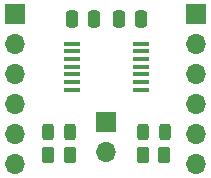
<source format=gts>
%TF.GenerationSoftware,KiCad,Pcbnew,(6.0.5)*%
%TF.CreationDate,2024-06-21T19:09:36+02:00*%
%TF.ProjectId,pmod_level_shifter_4p,706d6f64-5f6c-4657-9665-6c5f73686966,rev?*%
%TF.SameCoordinates,Original*%
%TF.FileFunction,Soldermask,Top*%
%TF.FilePolarity,Negative*%
%FSLAX46Y46*%
G04 Gerber Fmt 4.6, Leading zero omitted, Abs format (unit mm)*
G04 Created by KiCad (PCBNEW (6.0.5)) date 2024-06-21 19:09:36*
%MOMM*%
%LPD*%
G01*
G04 APERTURE LIST*
G04 Aperture macros list*
%AMRoundRect*
0 Rectangle with rounded corners*
0 $1 Rounding radius*
0 $2 $3 $4 $5 $6 $7 $8 $9 X,Y pos of 4 corners*
0 Add a 4 corners polygon primitive as box body*
4,1,4,$2,$3,$4,$5,$6,$7,$8,$9,$2,$3,0*
0 Add four circle primitives for the rounded corners*
1,1,$1+$1,$2,$3*
1,1,$1+$1,$4,$5*
1,1,$1+$1,$6,$7*
1,1,$1+$1,$8,$9*
0 Add four rect primitives between the rounded corners*
20,1,$1+$1,$2,$3,$4,$5,0*
20,1,$1+$1,$4,$5,$6,$7,0*
20,1,$1+$1,$6,$7,$8,$9,0*
20,1,$1+$1,$8,$9,$2,$3,0*%
G04 Aperture macros list end*
%ADD10RoundRect,0.243750X-0.243750X-0.456250X0.243750X-0.456250X0.243750X0.456250X-0.243750X0.456250X0*%
%ADD11RoundRect,0.243750X0.243750X0.456250X-0.243750X0.456250X-0.243750X-0.456250X0.243750X-0.456250X0*%
%ADD12R,1.700000X1.700000*%
%ADD13O,1.700000X1.700000*%
%ADD14RoundRect,0.250000X0.262500X0.450000X-0.262500X0.450000X-0.262500X-0.450000X0.262500X-0.450000X0*%
%ADD15RoundRect,0.250000X-0.250000X-0.475000X0.250000X-0.475000X0.250000X0.475000X-0.250000X0.475000X0*%
%ADD16RoundRect,0.250000X0.250000X0.475000X-0.250000X0.475000X-0.250000X-0.475000X0.250000X-0.475000X0*%
%ADD17R,1.475000X0.450000*%
G04 APERTURE END LIST*
D10*
%TO.C,D1*%
X147062500Y-106500000D03*
X148937500Y-106500000D03*
%TD*%
D11*
%TO.C,D2*%
X156937500Y-106500000D03*
X155062500Y-106500000D03*
%TD*%
D12*
%TO.C,J1*%
X152000000Y-105725000D03*
D13*
X152000000Y-108265000D03*
%TD*%
D12*
%TO.C,PMOD1*%
X144270000Y-96520000D03*
D13*
X144270000Y-99060000D03*
X144270000Y-101600000D03*
X144270000Y-104140000D03*
X144270000Y-106680000D03*
X144270000Y-109220000D03*
%TD*%
D14*
%TO.C,R1*%
X148912500Y-108500000D03*
X147087500Y-108500000D03*
%TD*%
D15*
%TO.C,C1*%
X149050000Y-97000000D03*
X150950000Y-97000000D03*
%TD*%
D16*
%TO.C,C2*%
X154950000Y-97000000D03*
X153050000Y-97000000D03*
%TD*%
D17*
%TO.C,IC1*%
X149062000Y-99050000D03*
X149062000Y-99700000D03*
X149062000Y-100350000D03*
X149062000Y-101000000D03*
X149062000Y-101650000D03*
X149062000Y-102300000D03*
X149062000Y-102950000D03*
X154938000Y-102950000D03*
X154938000Y-102300000D03*
X154938000Y-101650000D03*
X154938000Y-101000000D03*
X154938000Y-100350000D03*
X154938000Y-99700000D03*
X154938000Y-99050000D03*
%TD*%
D14*
%TO.C,R2*%
X156912500Y-108500000D03*
X155087500Y-108500000D03*
%TD*%
D12*
%TO.C,PMOD2*%
X159600000Y-96520000D03*
D13*
X159600000Y-99060000D03*
X159600000Y-101600000D03*
X159600000Y-104140000D03*
X159600000Y-106680000D03*
X159600000Y-109220000D03*
%TD*%
M02*

</source>
